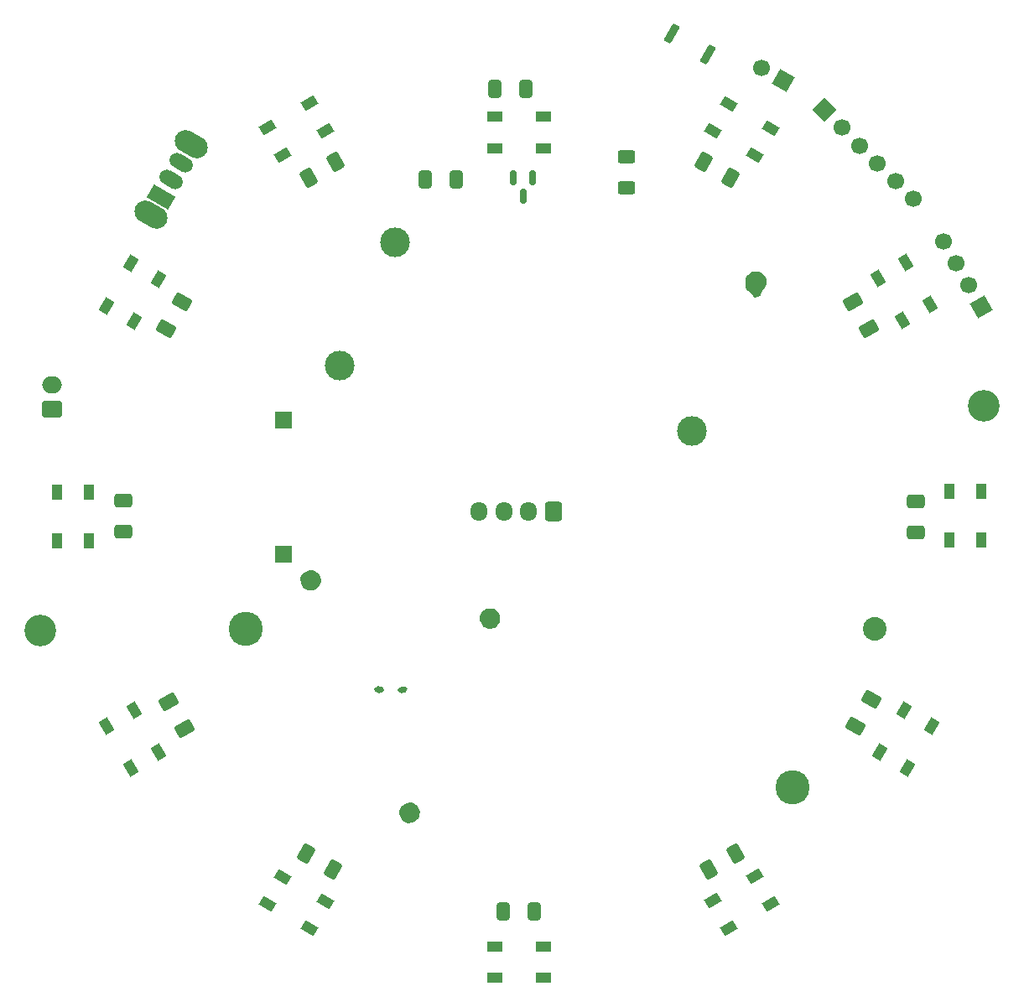
<source format=gts>
%TF.GenerationSoftware,KiCad,Pcbnew,6.0.7-f9a2dced07~116~ubuntu20.04.1*%
%TF.CreationDate,2022-09-09T19:22:18+05:30*%
%TF.ProjectId,ESP12E_Smart_Coaster,45535031-3245-45f5-936d-6172745f436f,rev?*%
%TF.SameCoordinates,Original*%
%TF.FileFunction,Soldermask,Top*%
%TF.FilePolarity,Negative*%
%FSLAX46Y46*%
G04 Gerber Fmt 4.6, Leading zero omitted, Abs format (unit mm)*
G04 Created by KiCad (PCBNEW 6.0.7-f9a2dced07~116~ubuntu20.04.1) date 2022-09-09 19:22:18*
%MOMM*%
%LPD*%
G01*
G04 APERTURE LIST*
G04 Aperture macros list*
%AMRoundRect*
0 Rectangle with rounded corners*
0 $1 Rounding radius*
0 $2 $3 $4 $5 $6 $7 $8 $9 X,Y pos of 4 corners*
0 Add a 4 corners polygon primitive as box body*
4,1,4,$2,$3,$4,$5,$6,$7,$8,$9,$2,$3,0*
0 Add four circle primitives for the rounded corners*
1,1,$1+$1,$2,$3*
1,1,$1+$1,$4,$5*
1,1,$1+$1,$6,$7*
1,1,$1+$1,$8,$9*
0 Add four rect primitives between the rounded corners*
20,1,$1+$1,$2,$3,$4,$5,0*
20,1,$1+$1,$4,$5,$6,$7,0*
20,1,$1+$1,$6,$7,$8,$9,0*
20,1,$1+$1,$8,$9,$2,$3,0*%
%AMHorizOval*
0 Thick line with rounded ends*
0 $1 width*
0 $2 $3 position (X,Y) of the first rounded end (center of the circle)*
0 $4 $5 position (X,Y) of the second rounded end (center of the circle)*
0 Add line between two ends*
20,1,$1,$2,$3,$4,$5,0*
0 Add two circle primitives to create the rounded ends*
1,1,$1,$2,$3*
1,1,$1,$4,$5*%
%AMRotRect*
0 Rectangle, with rotation*
0 The origin of the aperture is its center*
0 $1 length*
0 $2 width*
0 $3 Rotation angle, in degrees counterclockwise*
0 Add horizontal line*
21,1,$1,$2,0,0,$3*%
G04 Aperture macros list end*
%ADD10C,0.150000*%
%ADD11RoundRect,0.250000X-0.650000X0.412500X-0.650000X-0.412500X0.650000X-0.412500X0.650000X0.412500X0*%
%ADD12RoundRect,0.250000X-0.412500X-0.650000X0.412500X-0.650000X0.412500X0.650000X-0.412500X0.650000X0*%
%ADD13RoundRect,0.250000X0.032235X0.769167X-0.682235X0.356667X-0.032235X-0.769167X0.682235X-0.356667X0*%
%ADD14R,1.000000X1.500000*%
%ADD15RotRect,1.700000X1.700000X210.000000*%
%ADD16HorizOval,1.700000X0.000000X0.000000X0.000000X0.000000X0*%
%ADD17RotRect,1.500000X1.000000X240.000000*%
%ADD18RoundRect,0.150000X-0.150000X0.587500X-0.150000X-0.587500X0.150000X-0.587500X0.150000X0.587500X0*%
%ADD19RotRect,1.500000X1.000000X330.000000*%
%ADD20RoundRect,0.250000X0.750000X-0.600000X0.750000X0.600000X-0.750000X0.600000X-0.750000X-0.600000X0*%
%ADD21O,2.000000X1.700000*%
%ADD22RoundRect,0.250000X0.356667X-0.682235X0.769167X0.032235X-0.356667X0.682235X-0.769167X-0.032235X0*%
%ADD23RoundRect,0.250000X-0.032235X-0.769167X0.682235X-0.356667X0.032235X0.769167X-0.682235X0.356667X0*%
%ADD24C,3.200000*%
%ADD25R,1.500000X1.000000*%
%ADD26RotRect,1.700000X1.700000X45.000000*%
%ADD27HorizOval,1.700000X0.000000X0.000000X0.000000X0.000000X0*%
%ADD28RoundRect,0.250000X-0.682235X-0.356667X0.032235X-0.769167X0.682235X0.356667X-0.032235X0.769167X0*%
%ADD29RoundRect,0.200000X-0.573205X-0.592820X-0.226795X-0.792820X0.573205X0.592820X0.226795X0.792820X0*%
%ADD30RoundRect,0.250000X-0.769167X0.032235X-0.356667X-0.682235X0.769167X-0.032235X0.356667X0.682235X0*%
%ADD31RoundRect,0.250000X0.769167X-0.032235X0.356667X0.682235X-0.769167X0.032235X-0.356667X-0.682235X0*%
%ADD32C,3.000000*%
%ADD33RoundRect,0.250000X0.650000X-0.412500X0.650000X0.412500X-0.650000X0.412500X-0.650000X-0.412500X0*%
%ADD34RotRect,1.700000X1.700000X240.000000*%
%ADD35HorizOval,1.700000X0.000000X0.000000X0.000000X0.000000X0*%
%ADD36HorizOval,2.200000X-0.562917X0.325000X0.562917X-0.325000X0*%
%ADD37RotRect,1.500000X2.500000X60.000000*%
%ADD38HorizOval,1.500000X-0.433013X0.250000X0.433013X-0.250000X0*%
%ADD39RotRect,1.500000X1.000000X150.000000*%
%ADD40RotRect,1.500000X1.000000X120.000000*%
%ADD41RotRect,1.500000X1.000000X210.000000*%
%ADD42RoundRect,0.250000X0.682235X0.356667X-0.032235X0.769167X-0.682235X-0.356667X0.032235X-0.769167X0*%
%ADD43RotRect,1.500000X1.000000X60.000000*%
%ADD44RoundRect,0.250000X-0.625000X0.400000X-0.625000X-0.400000X0.625000X-0.400000X0.625000X0.400000X0*%
%ADD45RoundRect,0.250000X-0.356667X0.682235X-0.769167X-0.032235X0.356667X-0.682235X0.769167X0.032235X0*%
%ADD46RoundRect,0.250000X0.600000X0.725000X-0.600000X0.725000X-0.600000X-0.725000X0.600000X-0.725000X0*%
%ADD47O,1.700000X1.950000*%
%ADD48RotRect,1.500000X1.000000X30.000000*%
%ADD49RoundRect,0.250000X0.412500X0.650000X-0.412500X0.650000X-0.412500X-0.650000X0.412500X-0.650000X0*%
%ADD50RotRect,1.500000X1.000000X300.000000*%
%ADD51R,1.700000X1.700000*%
%ADD52C,3.450000*%
%ADD53C,2.390000*%
G04 APERTURE END LIST*
D10*
G36*
X128485197Y-117325306D02*
G01*
X128586240Y-117386144D01*
X128633852Y-117515755D01*
X128617453Y-117575535D01*
X128509003Y-117705146D01*
X128365108Y-117781325D01*
X128191588Y-117798783D01*
X128024945Y-117777093D01*
X127888986Y-117699855D01*
X127837203Y-117566204D01*
X127837670Y-117564954D01*
X127853541Y-117498297D01*
X127977862Y-117371331D01*
X128151911Y-117301500D01*
X128321199Y-117287745D01*
X128485197Y-117325306D01*
G37*
X128485197Y-117325306D02*
X128586240Y-117386144D01*
X128633852Y-117515755D01*
X128617453Y-117575535D01*
X128509003Y-117705146D01*
X128365108Y-117781325D01*
X128191588Y-117798783D01*
X128024945Y-117777093D01*
X127888986Y-117699855D01*
X127837203Y-117566204D01*
X127837670Y-117564954D01*
X127853541Y-117498297D01*
X127977862Y-117371331D01*
X128151911Y-117301500D01*
X128321199Y-117287745D01*
X128485197Y-117325306D01*
G36*
X129165749Y-129037213D02*
G01*
X129344777Y-129101716D01*
X129460618Y-129167535D01*
X129615951Y-129283377D01*
X129789714Y-129488732D01*
X129862115Y-129709885D01*
X129900290Y-129920506D01*
X129892392Y-130115330D01*
X129839736Y-130320686D01*
X129739691Y-130506296D01*
X129625166Y-130647149D01*
X129436923Y-130803798D01*
X129257895Y-130868301D01*
X129128890Y-130899894D01*
X128953811Y-130928855D01*
X128768201Y-130918324D01*
X128623399Y-130873567D01*
X128452269Y-130784053D01*
X128404879Y-130752459D01*
X128360122Y-130735346D01*
X128236383Y-130607657D01*
X128145552Y-130449691D01*
X128070518Y-130268031D01*
X128031027Y-130137709D01*
X127993241Y-129924367D01*
X128012598Y-129749376D01*
X128079733Y-129571664D01*
X128183727Y-129393953D01*
X128308784Y-129259682D01*
X128464117Y-129159637D01*
X128658941Y-129084603D01*
X128795845Y-129050377D01*
X128972240Y-129021417D01*
X129165749Y-129037213D01*
G37*
X129165749Y-129037213D02*
X129344777Y-129101716D01*
X129460618Y-129167535D01*
X129615951Y-129283377D01*
X129789714Y-129488732D01*
X129862115Y-129709885D01*
X129900290Y-129920506D01*
X129892392Y-130115330D01*
X129839736Y-130320686D01*
X129739691Y-130506296D01*
X129625166Y-130647149D01*
X129436923Y-130803798D01*
X129257895Y-130868301D01*
X129128890Y-130899894D01*
X128953811Y-130928855D01*
X128768201Y-130918324D01*
X128623399Y-130873567D01*
X128452269Y-130784053D01*
X128404879Y-130752459D01*
X128360122Y-130735346D01*
X128236383Y-130607657D01*
X128145552Y-130449691D01*
X128070518Y-130268031D01*
X128031027Y-130137709D01*
X127993241Y-129924367D01*
X128012598Y-129749376D01*
X128079733Y-129571664D01*
X128183727Y-129393953D01*
X128308784Y-129259682D01*
X128464117Y-129159637D01*
X128658941Y-129084603D01*
X128795845Y-129050377D01*
X128972240Y-129021417D01*
X129165749Y-129037213D01*
G36*
X164181927Y-75447131D02*
G01*
X164370273Y-75515372D01*
X164544971Y-75630018D01*
X164686913Y-75774689D01*
X164798828Y-75943928D01*
X164872529Y-76104977D01*
X164902555Y-76312430D01*
X164897096Y-76541721D01*
X164842503Y-76746445D01*
X164755154Y-76912954D01*
X164605023Y-77112218D01*
X164487648Y-77265078D01*
X164389381Y-77434317D01*
X164332058Y-77570799D01*
X164282924Y-77715471D01*
X164072741Y-77759145D01*
X163837991Y-77879250D01*
X163636465Y-77581459D01*
X163497904Y-77434747D01*
X163302287Y-77312486D01*
X163049616Y-77084267D01*
X162939936Y-76839253D01*
X162926288Y-76670015D01*
X162929018Y-76377942D01*
X162942666Y-76203244D01*
X162989070Y-76009439D01*
X163081878Y-75832012D01*
X163207442Y-75690070D01*
X163275683Y-75627288D01*
X163403977Y-75534480D01*
X163605971Y-75444401D01*
X163786128Y-75411646D01*
X163977203Y-75403457D01*
X164181927Y-75447131D01*
G37*
X164181927Y-75447131D02*
X164370273Y-75515372D01*
X164544971Y-75630018D01*
X164686913Y-75774689D01*
X164798828Y-75943928D01*
X164872529Y-76104977D01*
X164902555Y-76312430D01*
X164897096Y-76541721D01*
X164842503Y-76746445D01*
X164755154Y-76912954D01*
X164605023Y-77112218D01*
X164487648Y-77265078D01*
X164389381Y-77434317D01*
X164332058Y-77570799D01*
X164282924Y-77715471D01*
X164072741Y-77759145D01*
X163837991Y-77879250D01*
X163636465Y-77581459D01*
X163497904Y-77434747D01*
X163302287Y-77312486D01*
X163049616Y-77084267D01*
X162939936Y-76839253D01*
X162926288Y-76670015D01*
X162929018Y-76377942D01*
X162942666Y-76203244D01*
X162989070Y-76009439D01*
X163081878Y-75832012D01*
X163207442Y-75690070D01*
X163275683Y-75627288D01*
X163403977Y-75534480D01*
X163605971Y-75444401D01*
X163786128Y-75411646D01*
X163977203Y-75403457D01*
X164181927Y-75447131D01*
G36*
X137275528Y-109427722D02*
G01*
X137454556Y-109492225D01*
X137570397Y-109558044D01*
X137725730Y-109673886D01*
X137899493Y-109879241D01*
X137971894Y-110100394D01*
X138010069Y-110311015D01*
X138002171Y-110505839D01*
X137949515Y-110711195D01*
X137849470Y-110896805D01*
X137734945Y-111037658D01*
X137546702Y-111194307D01*
X137367674Y-111258810D01*
X137238669Y-111290403D01*
X137063590Y-111319364D01*
X136877980Y-111308833D01*
X136733178Y-111264076D01*
X136562048Y-111174562D01*
X136514658Y-111142968D01*
X136469901Y-111125855D01*
X136346162Y-110998166D01*
X136255331Y-110840200D01*
X136180297Y-110658540D01*
X136140806Y-110528218D01*
X136103020Y-110314876D01*
X136122377Y-110139885D01*
X136189512Y-109962173D01*
X136293506Y-109784462D01*
X136418563Y-109650191D01*
X136573896Y-109550146D01*
X136768720Y-109475112D01*
X136905624Y-109440886D01*
X137082019Y-109411926D01*
X137275528Y-109427722D01*
G37*
X137275528Y-109427722D02*
X137454556Y-109492225D01*
X137570397Y-109558044D01*
X137725730Y-109673886D01*
X137899493Y-109879241D01*
X137971894Y-110100394D01*
X138010069Y-110311015D01*
X138002171Y-110505839D01*
X137949515Y-110711195D01*
X137849470Y-110896805D01*
X137734945Y-111037658D01*
X137546702Y-111194307D01*
X137367674Y-111258810D01*
X137238669Y-111290403D01*
X137063590Y-111319364D01*
X136877980Y-111308833D01*
X136733178Y-111264076D01*
X136562048Y-111174562D01*
X136514658Y-111142968D01*
X136469901Y-111125855D01*
X136346162Y-110998166D01*
X136255331Y-110840200D01*
X136180297Y-110658540D01*
X136140806Y-110528218D01*
X136103020Y-110314876D01*
X136122377Y-110139885D01*
X136189512Y-109962173D01*
X136293506Y-109784462D01*
X136418563Y-109650191D01*
X136573896Y-109550146D01*
X136768720Y-109475112D01*
X136905624Y-109440886D01*
X137082019Y-109411926D01*
X137275528Y-109427722D01*
G36*
X125909437Y-117290649D02*
G01*
X126087152Y-117355928D01*
X126215983Y-117448164D01*
X126262887Y-117549747D01*
X126228957Y-117683663D01*
X126099069Y-117771420D01*
X126055273Y-117781200D01*
X125871797Y-117792893D01*
X125686619Y-117753349D01*
X125542474Y-117660866D01*
X125483371Y-117519698D01*
X125485845Y-117510635D01*
X125505864Y-117397736D01*
X125662765Y-117314609D01*
X125829233Y-117280592D01*
X125909437Y-117290649D01*
G37*
X125909437Y-117290649D02*
X126087152Y-117355928D01*
X126215983Y-117448164D01*
X126262887Y-117549747D01*
X126228957Y-117683663D01*
X126099069Y-117771420D01*
X126055273Y-117781200D01*
X125871797Y-117792893D01*
X125686619Y-117753349D01*
X125542474Y-117660866D01*
X125483371Y-117519698D01*
X125485845Y-117510635D01*
X125505864Y-117397736D01*
X125662765Y-117314609D01*
X125829233Y-117280592D01*
X125909437Y-117290649D01*
G36*
X119180908Y-105564246D02*
G01*
X119359936Y-105628749D01*
X119475777Y-105694568D01*
X119631110Y-105810410D01*
X119804873Y-106015765D01*
X119877274Y-106236918D01*
X119915449Y-106447539D01*
X119907551Y-106642363D01*
X119854895Y-106847719D01*
X119754850Y-107033329D01*
X119640325Y-107174182D01*
X119452082Y-107330831D01*
X119273054Y-107395334D01*
X119144049Y-107426927D01*
X118968970Y-107455888D01*
X118783360Y-107445357D01*
X118638558Y-107400600D01*
X118467428Y-107311086D01*
X118420038Y-107279492D01*
X118375281Y-107262379D01*
X118251542Y-107134690D01*
X118160711Y-106976724D01*
X118085677Y-106795064D01*
X118046186Y-106664742D01*
X118008400Y-106451400D01*
X118027757Y-106276409D01*
X118094892Y-106098697D01*
X118198886Y-105920986D01*
X118323943Y-105786715D01*
X118479276Y-105686670D01*
X118674100Y-105611636D01*
X118811004Y-105577410D01*
X118987399Y-105548450D01*
X119180908Y-105564246D01*
G37*
X119180908Y-105564246D02*
X119359936Y-105628749D01*
X119475777Y-105694568D01*
X119631110Y-105810410D01*
X119804873Y-106015765D01*
X119877274Y-106236918D01*
X119915449Y-106447539D01*
X119907551Y-106642363D01*
X119854895Y-106847719D01*
X119754850Y-107033329D01*
X119640325Y-107174182D01*
X119452082Y-107330831D01*
X119273054Y-107395334D01*
X119144049Y-107426927D01*
X118968970Y-107455888D01*
X118783360Y-107445357D01*
X118638558Y-107400600D01*
X118467428Y-107311086D01*
X118420038Y-107279492D01*
X118375281Y-107262379D01*
X118251542Y-107134690D01*
X118160711Y-106976724D01*
X118085677Y-106795064D01*
X118046186Y-106664742D01*
X118008400Y-106451400D01*
X118027757Y-106276409D01*
X118094892Y-106098697D01*
X118198886Y-105920986D01*
X118323943Y-105786715D01*
X118479276Y-105686670D01*
X118674100Y-105611636D01*
X118811004Y-105577410D01*
X118987399Y-105548450D01*
X119180908Y-105564246D01*
D11*
%TO.C,C12*%
X100076000Y-98462700D03*
X100076000Y-101587700D03*
%TD*%
D12*
%TO.C,C9*%
X138391500Y-139954000D03*
X141516500Y-139954000D03*
%TD*%
D13*
%TO.C,C14*%
X121495165Y-64242750D03*
X118788835Y-65805250D03*
%TD*%
D14*
%TO.C,D4*%
X183439000Y-102399000D03*
X186639000Y-102399000D03*
X186639000Y-97499000D03*
X183439000Y-97499000D03*
%TD*%
D15*
%TO.C,J1*%
X186685000Y-78881297D03*
D16*
X185415000Y-76681592D03*
X184145000Y-74481888D03*
X182875000Y-72282183D03*
%TD*%
D17*
%TO.C,D11*%
X103601041Y-76122838D03*
X100829759Y-74522838D03*
X98379759Y-78766362D03*
X101151041Y-80366362D03*
%TD*%
D12*
%TO.C,C3*%
X137547999Y-56895999D03*
X140672999Y-56895999D03*
%TD*%
D18*
%TO.C,Q1*%
X141346000Y-65814500D03*
X139446000Y-65814500D03*
X140396000Y-67689500D03*
%TD*%
D19*
%TO.C,D8*%
X116178638Y-136428959D03*
X114578638Y-139200241D03*
X118822162Y-141650241D03*
X120422162Y-138878959D03*
%TD*%
D20*
%TO.C,J4*%
X92887800Y-89230200D03*
D21*
X92887800Y-86730200D03*
%TD*%
D22*
%TO.C,C7*%
X173970750Y-121241165D03*
X175533250Y-118534835D03*
%TD*%
D23*
%TO.C,C8*%
X159174835Y-135655250D03*
X161881165Y-134092750D03*
%TD*%
D24*
%TO.C,H1*%
X91668600Y-111607600D03*
%TD*%
D25*
%TO.C,D7*%
X137529400Y-143459400D03*
X137529400Y-146659400D03*
X142429400Y-146659400D03*
X142429400Y-143459400D03*
%TD*%
D26*
%TO.C,J3*%
X170805227Y-59009872D03*
D27*
X172601278Y-60805923D03*
X174397329Y-62601974D03*
X176193381Y-64398026D03*
X177989432Y-66194077D03*
X179785483Y-67990128D03*
%TD*%
D28*
%TO.C,C10*%
X118534835Y-134092750D03*
X121241165Y-135655250D03*
%TD*%
D29*
%TO.C,SW2*%
X155407347Y-51274000D03*
X159044653Y-53374000D03*
%TD*%
D30*
%TO.C,C11*%
X104628750Y-118788835D03*
X106191250Y-121495165D03*
%TD*%
D31*
%TO.C,C5*%
X175279250Y-81109165D03*
X173716750Y-78402835D03*
%TD*%
D32*
%TO.C,TP1*%
X157480000Y-91440000D03*
%TD*%
D33*
%TO.C,C6*%
X180086000Y-101638500D03*
X180086000Y-98513500D03*
%TD*%
D34*
%TO.C,JP1*%
X166690105Y-56032400D03*
D35*
X164490400Y-54762400D03*
%TD*%
D36*
%TO.C,SW1*%
X106906051Y-62473296D03*
X102806051Y-69574704D03*
D37*
X103856051Y-67756051D03*
D38*
X104856051Y-66024000D03*
X105856051Y-64291949D03*
%TD*%
D14*
%TO.C,D10*%
X96545200Y-97575200D03*
X93345200Y-97575200D03*
X93345200Y-102475200D03*
X96545200Y-102475200D03*
%TD*%
D39*
%TO.C,D2*%
X163805562Y-63596041D03*
X165405562Y-60824759D03*
X161162038Y-58374759D03*
X159562038Y-61146041D03*
%TD*%
D25*
%TO.C,D1*%
X137550000Y-59700000D03*
X137550000Y-62900000D03*
X142450000Y-62900000D03*
X142450000Y-59700000D03*
%TD*%
D40*
%TO.C,D3*%
X178731559Y-80213962D03*
X181502841Y-78613962D03*
X179052841Y-74370438D03*
X176281559Y-75970438D03*
%TD*%
D41*
%TO.C,D12*%
X120422162Y-61120641D03*
X118822162Y-58349359D03*
X114578638Y-60799359D03*
X116178638Y-63570641D03*
%TD*%
D42*
%TO.C,C4*%
X161373165Y-65805250D03*
X158666835Y-64242750D03*
%TD*%
D43*
%TO.C,D5*%
X176433959Y-123825962D03*
X179205241Y-125425962D03*
X181655241Y-121182438D03*
X178883959Y-119582438D03*
%TD*%
D44*
%TO.C,R1*%
X150868528Y-63750495D03*
X150868528Y-66850495D03*
%TD*%
D45*
%TO.C,C13*%
X105937250Y-78402835D03*
X104374750Y-81109165D03*
%TD*%
D32*
%TO.C,TP2*%
X121920000Y-84836000D03*
%TD*%
D24*
%TO.C,H2*%
X186944000Y-88900000D03*
%TD*%
D46*
%TO.C,J2*%
X143450000Y-99585000D03*
D47*
X140950000Y-99585000D03*
X138450000Y-99585000D03*
X135950000Y-99585000D03*
%TD*%
D48*
%TO.C,D6*%
X159587438Y-138853559D03*
X161187438Y-141624841D03*
X165430962Y-139174841D03*
X163830962Y-136403559D03*
%TD*%
D32*
%TO.C,TP3*%
X127508000Y-72390000D03*
%TD*%
D49*
%TO.C,C15*%
X133642500Y-66040000D03*
X130517500Y-66040000D03*
%TD*%
D50*
%TO.C,D9*%
X101125641Y-119582438D03*
X98354359Y-121182438D03*
X100804359Y-125425962D03*
X103575641Y-123825962D03*
%TD*%
D51*
%TO.C,U1*%
X116205400Y-103846200D03*
X116205400Y-90346200D03*
%TD*%
D52*
%TO.C,BT1*%
X112400000Y-111380000D03*
D53*
X175930000Y-111380000D03*
D52*
X167600000Y-127380000D03*
%TD*%
M02*

</source>
